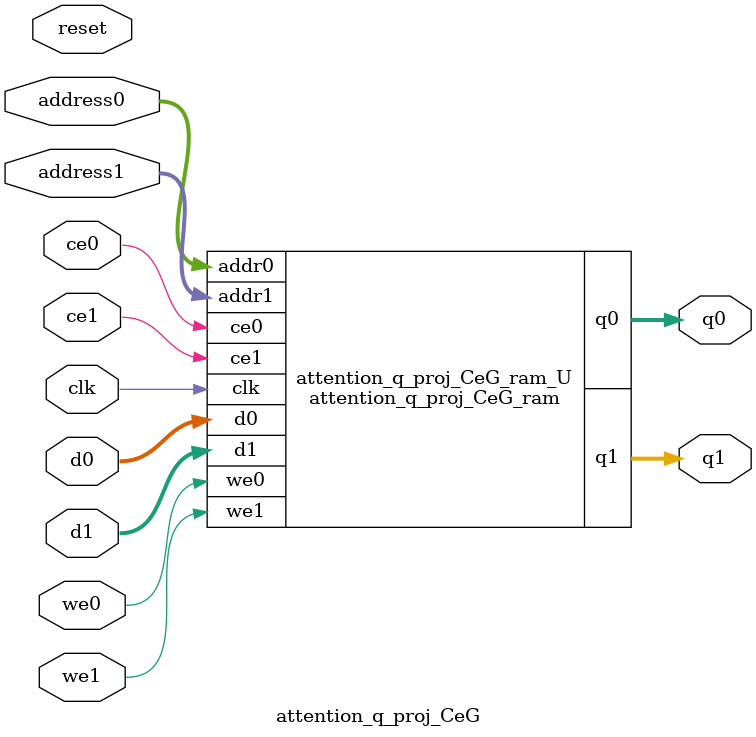
<source format=v>
`timescale 1 ns / 1 ps
module attention_q_proj_CeG_ram (addr0, ce0, d0, we0, q0, addr1, ce1, d1, we1, q1,  clk);

parameter DWIDTH = 32;
parameter AWIDTH = 4;
parameter MEM_SIZE = 16;

input[AWIDTH-1:0] addr0;
input ce0;
input[DWIDTH-1:0] d0;
input we0;
output reg[DWIDTH-1:0] q0;
input[AWIDTH-1:0] addr1;
input ce1;
input[DWIDTH-1:0] d1;
input we1;
output reg[DWIDTH-1:0] q1;
input clk;

(* ram_style = "block" *)reg [DWIDTH-1:0] ram[0:MEM_SIZE-1];




always @(posedge clk)  
begin 
    if (ce0) begin
        if (we0) 
            ram[addr0] <= d0; 
        q0 <= ram[addr0];
    end
end


always @(posedge clk)  
begin 
    if (ce1) begin
        if (we1) 
            ram[addr1] <= d1; 
        q1 <= ram[addr1];
    end
end


endmodule

`timescale 1 ns / 1 ps
module attention_q_proj_CeG(
    reset,
    clk,
    address0,
    ce0,
    we0,
    d0,
    q0,
    address1,
    ce1,
    we1,
    d1,
    q1);

parameter DataWidth = 32'd32;
parameter AddressRange = 32'd16;
parameter AddressWidth = 32'd4;
input reset;
input clk;
input[AddressWidth - 1:0] address0;
input ce0;
input we0;
input[DataWidth - 1:0] d0;
output[DataWidth - 1:0] q0;
input[AddressWidth - 1:0] address1;
input ce1;
input we1;
input[DataWidth - 1:0] d1;
output[DataWidth - 1:0] q1;



attention_q_proj_CeG_ram attention_q_proj_CeG_ram_U(
    .clk( clk ),
    .addr0( address0 ),
    .ce0( ce0 ),
    .we0( we0 ),
    .d0( d0 ),
    .q0( q0 ),
    .addr1( address1 ),
    .ce1( ce1 ),
    .we1( we1 ),
    .d1( d1 ),
    .q1( q1 ));

endmodule


</source>
